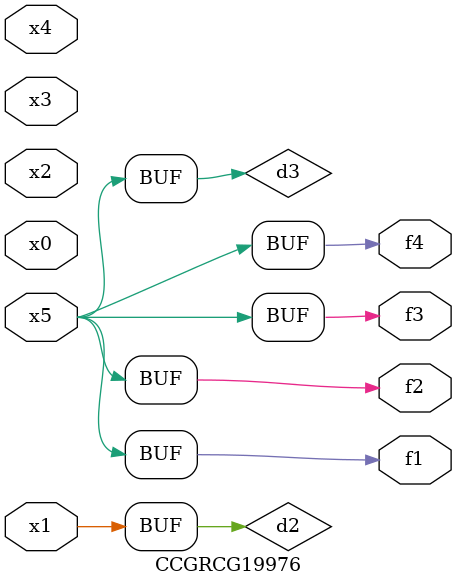
<source format=v>
module CCGRCG19976(
	input x0, x1, x2, x3, x4, x5,
	output f1, f2, f3, f4
);

	wire d1, d2, d3;

	not (d1, x5);
	or (d2, x1);
	xnor (d3, d1);
	assign f1 = d3;
	assign f2 = d3;
	assign f3 = d3;
	assign f4 = d3;
endmodule

</source>
